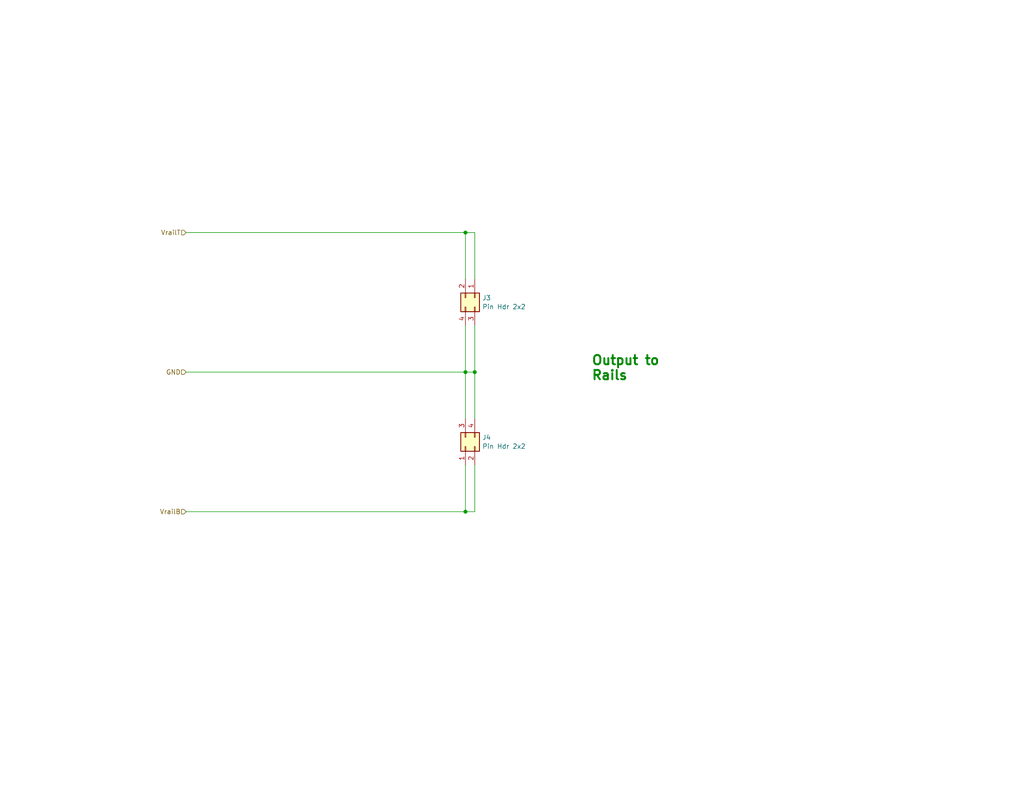
<source format=kicad_sch>
(kicad_sch (version 20230121) (generator eeschema)
  (paper "USLetter")
  (title_block (title "1016 Breadboard Power Supply - Rail Output") (date "2023-10-01") (rev "1") (company "Dan Wilson") (comment 1 "Copyright © 2023, Dan Wilson"))
  (lib_symbols
    (symbol "Connector_Generic:Conn_02x02_Top_Bottom" (pin_names (offset 1.016) hide)
      (property "Reference" "J" (at 1.27 2.54 0))
      (property "Value" "Conn_02x02_Top_Bottom" (at 1.27 -5.08 0))
      (symbol "Conn_02x02_Top_Bottom_1_1"
        (rectangle (start -1.27 -2.413) (end 0 -2.667) (stroke (width 0.1524)))
        (rectangle (start -1.27 0.127) (end 0 -0.127) (stroke (width 0.1524)))
        (rectangle (start -1.27 1.27) (end 3.81 -3.81) (stroke (width 0.254)) (fill (type background)))
        (rectangle (start 3.81 -2.413) (end 2.54 -2.667) (stroke (width 0.1524)))
        (rectangle (start 3.81 0.127) (end 2.54 -0.127) (stroke (width 0.1524)))
        (pin passive line (at -5.08 0 0) (length 3.81) (name "Pin_1") (number "1"))
        (pin passive line (at -5.08 -2.54 0) (length 3.81) (name "Pin_2") (number "2"))
        (pin passive line (at 7.62 0 180) (length 3.81) (name "Pin_3") (number "3"))
        (pin passive line (at 7.62 -2.54 180) (length 3.81) (name "Pin_4") (number "4"))
      )
    )
  )
  (junction (at 129.54 101.6))
  (junction (at 127 63.5))
  (junction (at 127 101.6))
  (junction (at 127 139.7))
  (wire (pts (xy 129.54 101.6) (xy 129.54 114.3)))
  (wire (pts (xy 129.54 101.6) (xy 129.54 88.9)))
  (wire (pts (xy 127 139.7) (xy 129.54 139.7)))
  (wire (pts (xy 127 63.5) (xy 129.54 63.5)))
  (wire (pts (xy 127 63.5) (xy 127 76.2)))
  (wire (pts (xy 127 139.7) (xy 127 127)))
  (wire (pts (xy 50.8 101.6) (xy 127 101.6)))
  (wire (pts (xy 129.54 63.5) (xy 129.54 76.2)))
  (wire (pts (xy 127 101.6) (xy 129.54 101.6)))
  (wire (pts (xy 127 88.9) (xy 127 101.6)))
  (wire (pts (xy 129.54 139.7) (xy 129.54 127)))
  (wire (pts (xy 127 101.6) (xy 127 114.3)))
  (wire (pts (xy 50.8 139.7) (xy 127 139.7)))
  (wire (pts (xy 50.8 63.5) (xy 127 63.5)))
  (text "Output to\nRails" (at 161.29 104.14 0) (effects (font (size 2.54 2.54) bold) (justify left bottom)))
  (hierarchical_label "VrailB" (shape input) (at 50.8 139.7 180))
  (hierarchical_label "VrailT" (shape input) (at 50.8 63.5 180))
  (hierarchical_label "GND" (shape input) (at 50.8 101.6 180))
  (symbol (lib_id "Connector_Generic:Conn_02x02_Top_Bottom") (at 129.54 81.28 270) (unit 1)
    (property "Reference" "J3" (at 131.572 81.3379 90) (effects (justify left)))
    (property "Value" "Pin Hdr 2x2" (at 131.572 83.7621 90) (effects (justify left)))
    (property "Footprint" "Connector_PinHeader_2.54mm:PinHeader_2x02_P2.54mm_Vertical" (effects hide))
    (property "Datasheet" "https://www.mouser.com/datasheet/2/527/tsw_th-2854687.pdf" (effects hide))
    (property "Description" "Pin Header 2x2" (effects hide))
    (property "Height" "0.9" (effects hide))
    (property "LCSC Part Number" "C3346817" (effects hide))
    (property "Manufacturer_Name" "Samtec" (effects hide))
    (property "Manufacturer_Part_Number" "TSW-102-07-L-D" (effects hide))
    (property "Mouser Part Number" "200-TSW10207LD" (effects hide))
    (property "Spec" "2x2 Pin Hdr 2.54mm Pitch Gold" (effects hide))
  )
  (symbol (lib_id "Connector_Generic:Conn_02x02_Top_Bottom") (at 127 121.92 90) (unit 1)
    (property "Reference" "J4" (at 131.572 119.4379 90) (effects (justify right)))
    (property "Value" "Pin Hdr 2x2" (at 131.572 121.8621 90) (effects (justify right)))
    (property "Footprint" "Connector_PinHeader_2.54mm:PinHeader_2x02_P2.54mm_Vertical" (effects hide))
    (property "Datasheet" "https://www.mouser.com/datasheet/2/527/tsw_th-2854687.pdf" (effects hide))
    (property "Description" "Pin Header 2x2" (effects hide))
    (property "Height" "0.9" (effects hide))
    (property "LCSC Part Number" "C3346817" (effects hide))
    (property "Manufacturer_Name" "Samtec" (effects hide))
    (property "Manufacturer_Part_Number" "TSW-102-07-L-D" (effects hide))
    (property "Mouser Part Number" "200-TSW10207LD" (effects hide))
    (property "Spec" "2x2 Pin Hdr 2.54mm Pitch Gold" (effects hide))
  )
)
</source>
